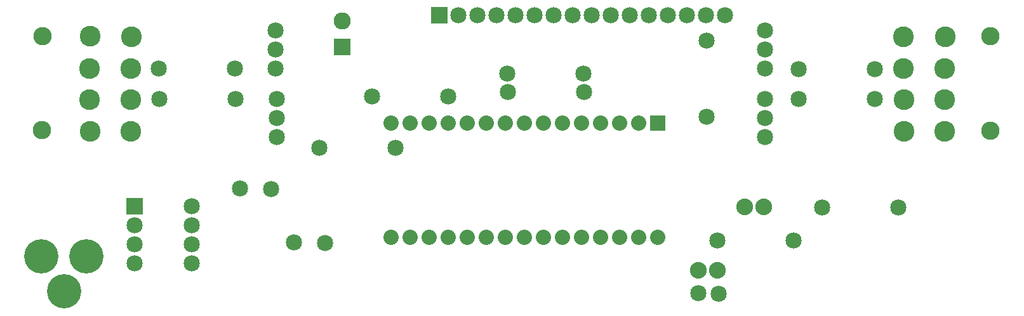
<source format=gbs>
G04 MADE WITH FRITZING*
G04 WWW.FRITZING.ORG*
G04 DOUBLE SIDED*
G04 HOLES PLATED*
G04 CONTOUR ON CENTER OF CONTOUR VECTOR*
%ASAXBY*%
%FSLAX23Y23*%
%MOIN*%
%OFA0B0*%
%SFA1.0B1.0*%
%ADD10C,0.085000*%
%ADD11C,0.096614*%
%ADD12C,0.109055*%
%ADD13C,0.080000*%
%ADD14C,0.090000*%
%ADD15C,0.088000*%
%ADD16C,0.180000*%
%ADD17R,0.085000X0.085000*%
%ADD18R,0.080000X0.079972*%
%ADD19R,0.090000X0.090000*%
%ADD20R,0.001000X0.001000*%
%LNMASK0*%
G90*
G70*
G54D10*
X2225Y1596D03*
X2325Y1596D03*
X2425Y1596D03*
X2525Y1596D03*
X2625Y1596D03*
X2725Y1596D03*
X2825Y1596D03*
X2925Y1596D03*
X3025Y1596D03*
X3125Y1596D03*
X3225Y1596D03*
X3325Y1596D03*
X3425Y1596D03*
X3525Y1596D03*
X3625Y1596D03*
X3725Y1596D03*
G54D11*
X138Y993D03*
X139Y1486D03*
X5118Y1489D03*
X5118Y992D03*
G54D12*
X390Y1486D03*
G54D13*
X3371Y1031D03*
X3271Y1031D03*
X3171Y1031D03*
X3071Y1031D03*
X2971Y1031D03*
X2871Y1031D03*
X2771Y1031D03*
X2671Y1031D03*
X2571Y1031D03*
X2471Y1031D03*
X2371Y1031D03*
X2271Y1031D03*
X2171Y1031D03*
X2071Y1031D03*
X1971Y1031D03*
X3371Y431D03*
X3271Y431D03*
X3171Y431D03*
X3071Y431D03*
X2971Y431D03*
X2871Y431D03*
X2771Y431D03*
X2671Y431D03*
X2571Y431D03*
X2471Y431D03*
X2371Y431D03*
X2271Y431D03*
X2171Y431D03*
X2071Y431D03*
X1971Y431D03*
G54D12*
X4878Y1319D03*
X4878Y1154D03*
G54D10*
X1365Y1316D03*
X1365Y1416D03*
X1365Y1516D03*
X1369Y1156D03*
X1369Y1056D03*
X1369Y956D03*
X3933Y1156D03*
X3933Y1056D03*
X3933Y956D03*
X3934Y1316D03*
X3934Y1416D03*
X3934Y1516D03*
X2980Y1291D03*
X2580Y1291D03*
X2985Y1195D03*
X2585Y1195D03*
X1592Y902D03*
X1992Y902D03*
X1870Y1171D03*
X2270Y1171D03*
G54D12*
X4879Y1484D03*
X606Y1484D03*
X4660Y1483D03*
X387Y1153D03*
X4662Y989D03*
X604Y987D03*
X387Y1317D03*
X4660Y1319D03*
X4664Y1153D03*
X605Y1154D03*
X603Y1319D03*
X390Y988D03*
X4878Y986D03*
G54D14*
X1712Y1432D03*
X1712Y1569D03*
G54D10*
X625Y594D03*
X925Y594D03*
X625Y494D03*
X925Y494D03*
X625Y394D03*
X925Y394D03*
X625Y294D03*
X925Y294D03*
X3627Y1464D03*
X3627Y1064D03*
X1340Y684D03*
X1623Y401D03*
X4082Y414D03*
X3682Y414D03*
X1176Y687D03*
X1459Y405D03*
X4511Y1315D03*
X4111Y1315D03*
X4235Y589D03*
X4635Y589D03*
X4511Y1157D03*
X4111Y1157D03*
X751Y1317D03*
X1151Y1317D03*
X754Y1159D03*
X1154Y1159D03*
G54D15*
X3828Y590D03*
X3928Y590D03*
X3684Y256D03*
X3584Y256D03*
G54D10*
X3689Y135D03*
X3583Y137D03*
G54D16*
X371Y332D03*
X135Y332D03*
X253Y147D03*
G54D17*
X2224Y1597D03*
G54D18*
X3371Y1031D03*
G54D19*
X1712Y1432D03*
G54D17*
X625Y594D03*
G54D20*
D02*
G04 End of Mask0*
M02*
</source>
